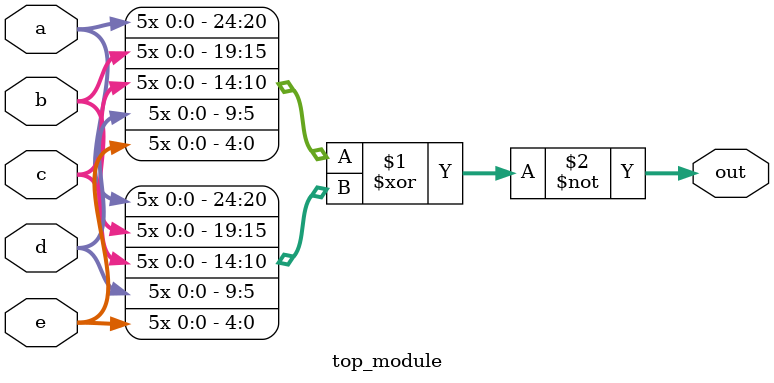
<source format=sv>
module top_module (
	input a,
	input b,
	input c,
	input d,
	input e,
	output [24:0] out
);

	assign out = ~( { {5{a}}, {5{b}}, {5{c}}, {5{d}}, {5{e}} } ^ { {5{a}}, {5{b}}, {5{c}}, {5{d}}, {5{e}} } );

endmodule

</source>
